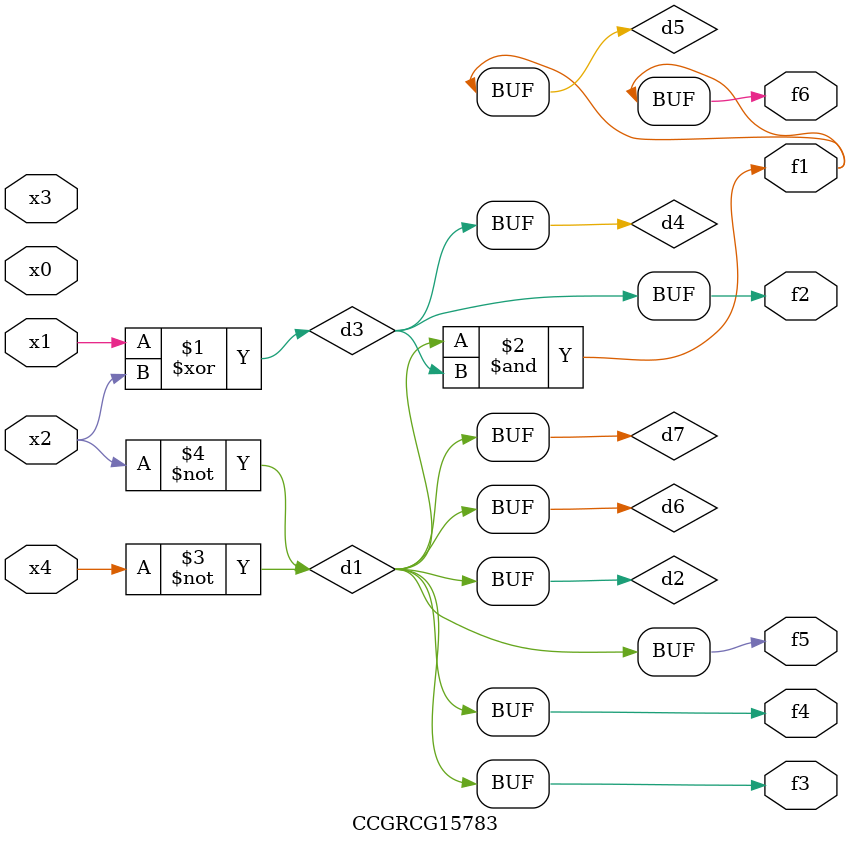
<source format=v>
module CCGRCG15783(
	input x0, x1, x2, x3, x4,
	output f1, f2, f3, f4, f5, f6
);

	wire d1, d2, d3, d4, d5, d6, d7;

	not (d1, x4);
	not (d2, x2);
	xor (d3, x1, x2);
	buf (d4, d3);
	and (d5, d1, d3);
	buf (d6, d1, d2);
	buf (d7, d2);
	assign f1 = d5;
	assign f2 = d4;
	assign f3 = d7;
	assign f4 = d7;
	assign f5 = d7;
	assign f6 = d5;
endmodule

</source>
